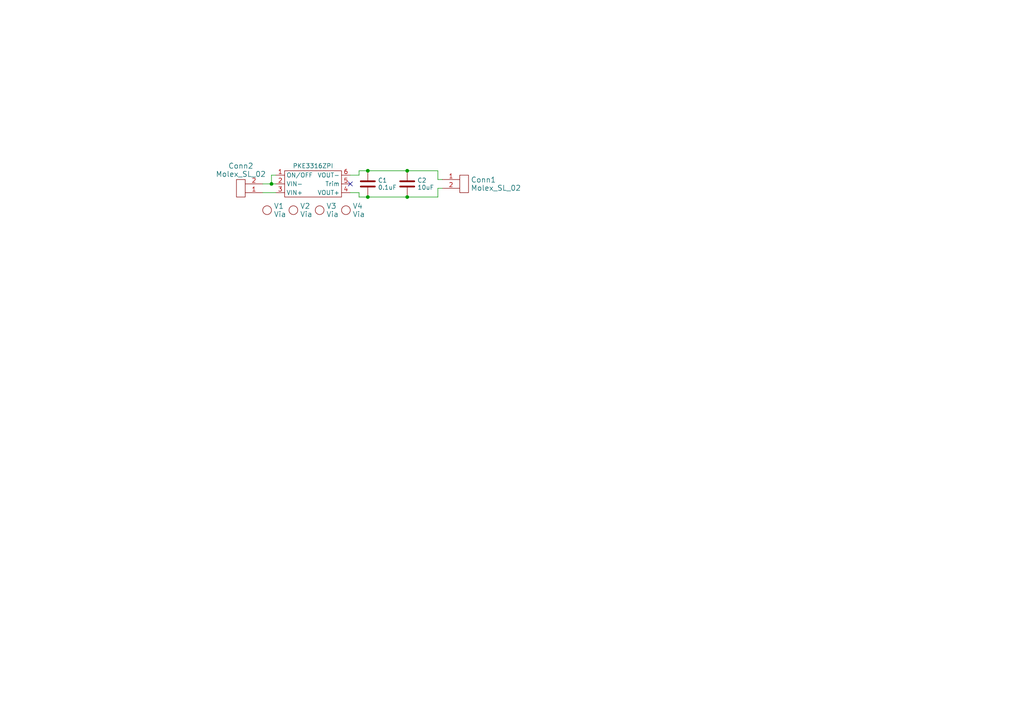
<source format=kicad_sch>
(kicad_sch (version 20230121) (generator eeschema)
  (paper "A4")
  (lib_symbols
    (symbol "Device:C" (pin_numbers hide) (pin_names (offset 0.254))
      (property "Reference" "C" (at 0.635 2.54 0))
      (property "Value" "C" (at 0.635 -2.54 0))
      (symbol "C_0_1"
        (polyline (pts (xy -2.032 -0.762) (xy 2.032 -0.762)) (stroke (width 0.508)))
        (polyline (pts (xy -2.032 0.762) (xy 2.032 0.762)) (stroke (width 0.508)))
      )
      (symbol "C_1_1"
        (pin passive line (at 0 3.81 270) (length 2.794) (name "~") (number "1"))
        (pin passive line (at 0 -3.81 90) (length 2.794) (name "~") (number "2"))
      )
    )
    (symbol "MRDT_Connectors:Molex_SL_02" (pin_names (offset 1.016))
      (property "Reference" "Conn" (at 3.81 -1.27 0))
      (property "Value" "Molex_SL_02" (at 1.27 6.35 0))
      (symbol "Molex_SL_02_0_1"
        (rectangle (start 0 5.08) (end 2.54 0))
      )
      (symbol "Molex_SL_02_1_1"
        (pin input line (at -5.08 3.81 0) (length 5.08) (name "~") (number "1"))
        (pin input line (at -5.08 1.27 0) (length 5.08) (name "~") (number "2"))
      )
    )
    (symbol "MRDT_Devices:PKE3316ZPI"
      (property "Value" "PKE3316ZPI" (at 3.81 3.81 0))
      (symbol "PKE3316ZPI_0_1"
        (rectangle (start -2.54 2.54) (end 13.97 -5.08))
      )
      (symbol "PKE3316ZPI_1_1"
        (pin input line (at -5.08 1.27 0) (length 2.54) (name "ON/OFF") (number "1"))
        (pin input line (at -5.08 -1.27 0) (length 2.54) (name "VIN-") (number "2"))
        (pin input line (at -5.08 -3.81 0) (length 2.54) (name "VIN+") (number "3"))
        (pin output line (at 16.51 -3.81 180) (length 2.54) (name "VOUT+") (number "4"))
        (pin input line (at 16.51 -1.27 180) (length 2.54) (name "Trim") (number "5"))
        (pin output line (at 16.51 1.27 180) (length 2.54) (name "VOUT-") (number "6"))
      )
    )
    (symbol "MRDT_Drill_Holes:Via" (pin_names (offset 1.016))
      (property "Reference" "V" (at 0 -2.54 0))
      (property "Value" "Via" (at 0 2.54 0))
      (symbol "Via_0_1"
        (circle (center 0 0) (radius 1.27))
      )
      (symbol "Via_1_1"
        (pin input line (at 0 0 0) (length 5.08) hide (name "~") (number "1"))
      )
    )
  )
  (junction (at 106.68 57.15))
  (junction (at 106.68 49.53))
  (junction (at 78.74 53.34))
  (junction (at 118.11 57.15))
  (junction (at 118.11 49.53))
  (no_connect (at 101.6 53.34))
  (wire (pts (xy 104.14 55.88) (xy 104.14 57.15)))
  (wire (pts (xy 104.14 49.53) (xy 106.68 49.53)))
  (wire (pts (xy 101.6 55.88) (xy 104.14 55.88)))
  (wire (pts (xy 78.74 53.34) (xy 80.01 53.34)))
  (wire (pts (xy 101.6 50.8) (xy 104.14 50.8)))
  (wire (pts (xy 127 54.61) (xy 128.27 54.61)))
  (wire (pts (xy 106.68 57.15) (xy 118.11 57.15)))
  (wire (pts (xy 104.14 50.8) (xy 104.14 49.53)))
  (wire (pts (xy 106.68 49.53) (xy 118.11 49.53)))
  (wire (pts (xy 104.14 57.15) (xy 106.68 57.15)))
  (wire (pts (xy 76.2 55.88) (xy 80.01 55.88)))
  (wire (pts (xy 76.2 53.34) (xy 78.74 53.34)))
  (wire (pts (xy 127 54.61) (xy 127 57.15)))
  (wire (pts (xy 118.11 57.15) (xy 127 57.15)))
  (wire (pts (xy 127 52.07) (xy 128.27 52.07)))
  (wire (pts (xy 127 49.53) (xy 127 52.07)))
  (wire (pts (xy 78.74 50.8) (xy 78.74 53.34)))
  (wire (pts (xy 127 49.53) (xy 118.11 49.53)))
  (wire (pts (xy 80.01 50.8) (xy 78.74 50.8)))
  (symbol (lib_id "MRDT_Drill_Holes:Via") (at 77.47 60.96 0) (unit 1)
    (property "Reference" "V1" (at 79.375 59.7694 0) (effects (font (size 1.524 1.524)) (justify left)))
    (property "Value" "Via" (at 79.375 62.1506 0) (effects (font (size 1.524 1.524)) (justify left)))
  )
  (symbol (lib_id "MRDT_Connectors:Molex_SL_02") (at 71.12 52.07 180) (unit 1)
    (property "Reference" "Conn2" (at 69.85 48.1172 0) (effects (font (size 1.524 1.524))))
    (property "Value" "Molex_SL_02" (at 69.85 50.4984 0) (effects (font (size 1.524 1.524))))
  )
  (symbol (lib_id "MRDT_Drill_Holes:Via") (at 100.33 60.96 0) (unit 1)
    (property "Reference" "V4" (at 102.235 59.7694 0) (effects (font (size 1.524 1.524)) (justify left)))
    (property "Value" "Via" (at 102.235 62.1506 0) (effects (font (size 1.524 1.524)) (justify left)))
  )
  (symbol (lib_id "Device:C") (at 118.11 53.34 0) (unit 1)
    (property "Reference" "C2" (at 121.031 52.316 0) (effects (justify left)))
    (property "Value" "10uF" (at 121.031 54.364 0) (effects (justify left)))
  )
  (symbol (lib_id "MRDT_Devices:PKE3316ZPI") (at 85.09 52.07 0) (unit 1)
    (property "Reference" "U1" (effects hide))
    (property "Value" "PKE3316ZPI" (at 90.805 48.125 0))
    (property "Datasheet" "https://flexpowermodules.com/resources/fpm-techspec-pke3000" (effects hide))
  )
  (symbol (lib_id "MRDT_Connectors:Molex_SL_02") (at 133.35 55.88 0) (unit 1)
    (property "Reference" "Conn1" (at 136.525 52.1494 0) (effects (font (size 1.524 1.524)) (justify left)))
    (property "Value" "Molex_SL_02" (at 136.525 54.5306 0) (effects (font (size 1.524 1.524)) (justify left)))
  )
  (symbol (lib_id "MRDT_Drill_Holes:Via") (at 85.09 60.96 0) (unit 1)
    (property "Reference" "V2" (at 86.995 59.7694 0) (effects (font (size 1.524 1.524)) (justify left)))
    (property "Value" "Via" (at 86.995 62.1506 0) (effects (font (size 1.524 1.524)) (justify left)))
  )
  (symbol (lib_id "Device:C") (at 106.68 53.34 0) (unit 1)
    (property "Reference" "C1" (at 109.601 52.316 0) (effects (justify left)))
    (property "Value" "0.1uF" (at 109.601 54.364 0) (effects (justify left)))
  )
  (symbol (lib_id "MRDT_Drill_Holes:Via") (at 92.71 60.96 0) (unit 1)
    (property "Reference" "V3" (at 94.615 59.7694 0) (effects (font (size 1.524 1.524)) (justify left)))
    (property "Value" "Via" (at 94.615 62.1506 0) (effects (font (size 1.524 1.524)) (justify left)))
  )
)
</source>
